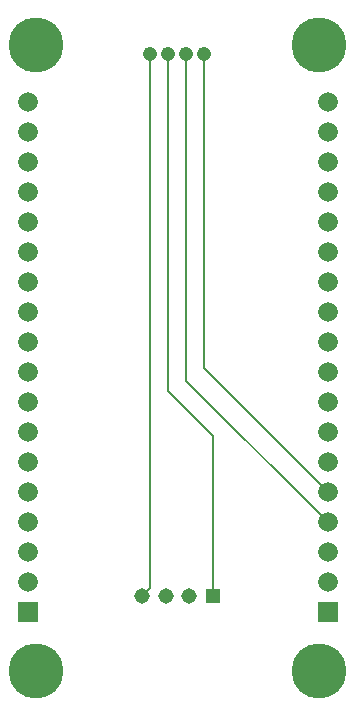
<source format=gbr>
%TF.GenerationSoftware,KiCad,Pcbnew,9.0.4*%
%TF.CreationDate,2025-10-18T11:14:00+02:00*%
%TF.ProjectId,versie_2,76657273-6965-45f3-922e-6b696361645f,rev?*%
%TF.SameCoordinates,Original*%
%TF.FileFunction,Copper,L2,Bot*%
%TF.FilePolarity,Positive*%
%FSLAX46Y46*%
G04 Gerber Fmt 4.6, Leading zero omitted, Abs format (unit mm)*
G04 Created by KiCad (PCBNEW 9.0.4) date 2025-10-18 11:14:00*
%MOMM*%
%LPD*%
G01*
G04 APERTURE LIST*
%TA.AperFunction,ComponentPad*%
%ADD10R,1.308000X1.308000*%
%TD*%
%TA.AperFunction,ComponentPad*%
%ADD11C,1.308000*%
%TD*%
%TA.AperFunction,ComponentPad*%
%ADD12R,1.665000X1.665000*%
%TD*%
%TA.AperFunction,ComponentPad*%
%ADD13C,1.665000*%
%TD*%
%TA.AperFunction,ComponentPad*%
%ADD14C,4.650000*%
%TD*%
%TA.AperFunction,ComponentPad*%
%ADD15C,1.208000*%
%TD*%
%TA.AperFunction,Conductor*%
%ADD16C,0.200000*%
%TD*%
G04 APERTURE END LIST*
D10*
%TO.P,J2,1,Pin_1*%
%TO.N,GND*%
X205000000Y-101050000D03*
D11*
%TO.P,J2,2,Pin_2*%
%TO.N,TX*%
X203000000Y-101050000D03*
%TO.P,J2,3,Pin_3*%
%TO.N,RX*%
X201000000Y-101050000D03*
%TO.P,J2,4,Pin_4*%
%TO.N,vcc*%
X199000000Y-101050000D03*
%TD*%
D12*
%TO.P,U1,1,IO3/RXD*%
%TO.N,unconnected-(U1-IO3{slash}RXD-Pad1)*%
X214700000Y-102400000D03*
D13*
%TO.P,U1,2,IO1/TXD*%
%TO.N,unconnected-(U1-IO1{slash}TXD-Pad2)*%
X214700000Y-99860000D03*
%TO.P,U1,3,IO25/D2*%
%TO.N,unconnected-(U1-IO25{slash}D2-Pad3)*%
X214700000Y-97320000D03*
%TO.P,U1,4,IO26/D3*%
%TO.N,RX_1*%
X214700000Y-94780000D03*
%TO.P,U1,5,IO27/D4*%
%TO.N,TX_1*%
X214700000Y-92240000D03*
%TO.P,U1,6,IO9/D5*%
%TO.N,unconnected-(U1-IO9{slash}D5-Pad6)*%
X214700000Y-89700000D03*
%TO.P,U1,7,IO10/D6*%
%TO.N,unconnected-(U1-IO10{slash}D6-Pad7)*%
X214700000Y-87160000D03*
%TO.P,U1,8,IO13/D7*%
%TO.N,unconnected-(U1-IO13{slash}D7-Pad8)*%
X214700000Y-84620000D03*
%TO.P,U1,9,IO5/D8*%
%TO.N,unconnected-(U1-IO5{slash}D8-Pad9)*%
X214700000Y-82080000D03*
%TO.P,U1,10,IO2/D9*%
%TO.N,unconnected-(U1-IO2{slash}D9-Pad10)*%
X214700000Y-79540000D03*
%TO.P,U1,11,IO6/CLK*%
%TO.N,unconnected-(U1-IO6{slash}CLK-Pad11)*%
X214700000Y-77000000D03*
%TO.P,U1,12,IO7/SD0*%
%TO.N,unconnected-(U1-IO7{slash}SD0-Pad12)*%
X214700000Y-74460000D03*
%TO.P,U1,13,IO8/SD1*%
%TO.N,unconnected-(U1-IO8{slash}SD1-Pad13)*%
X214700000Y-71920000D03*
%TO.P,U1,14,IO11/CMD*%
%TO.N,unconnected-(U1-IO11{slash}CMD-Pad14)*%
X214700000Y-69380000D03*
%TO.P,U1,15,GND*%
%TO.N,GND*%
X214700000Y-66840000D03*
%TO.P,U1,16,AREF*%
%TO.N,unconnected-(U1-AREF-Pad16)*%
X214700000Y-64300000D03*
%TO.P,U1,17,3V3*%
%TO.N,unconnected-(U1-3V3-Pad17)*%
X214700000Y-61760000D03*
%TO.P,U1,18,VCC*%
%TO.N,vcc*%
X214700000Y-59220000D03*
D12*
%TO.P,U1,19,A0/IO36*%
%TO.N,unconnected-(U1-A0{slash}IO36-Pad19)*%
X189300000Y-102400000D03*
D13*
%TO.P,U1,20,A1/IO39*%
%TO.N,unconnected-(U1-A1{slash}IO39-Pad20)*%
X189300000Y-99860000D03*
%TO.P,U1,21,A2/IO34*%
%TO.N,unconnected-(U1-A2{slash}IO34-Pad21)*%
X189300000Y-97320000D03*
%TO.P,U1,22,A3/IO35*%
%TO.N,unconnected-(U1-A3{slash}IO35-Pad22)*%
X189300000Y-94780000D03*
%TO.P,U1,23,A4/IO15*%
%TO.N,unconnected-(U1-A4{slash}IO15-Pad23)*%
X189300000Y-92240000D03*
%TO.P,U1,24,NC*%
%TO.N,unconnected-(U1-NC-Pad24)*%
X189300000Y-89700000D03*
%TO.P,U1,25,IO0*%
%TO.N,unconnected-(U1-IO0-Pad25)*%
X189300000Y-87160000D03*
%TO.P,U1,26,SCK/IO18*%
%TO.N,unconnected-(U1-SCK{slash}IO18-Pad26)*%
X189300000Y-84620000D03*
%TO.P,U1,27,MOSI/IO23*%
%TO.N,unconnected-(U1-MOSI{slash}IO23-Pad27)*%
X189300000Y-82080000D03*
%TO.P,U1,28,MISO/IO19*%
%TO.N,unconnected-(U1-MISO{slash}IO19-Pad28)*%
X189300000Y-79540000D03*
%TO.P,U1,29,SDA/IO21*%
%TO.N,unconnected-(U1-SDA{slash}IO21-Pad29)*%
X189300000Y-77000000D03*
%TO.P,U1,30,SCL/IO22*%
%TO.N,unconnected-(U1-SCL{slash}IO22-Pad30)*%
X189300000Y-74460000D03*
%TO.P,U1,31,BCLK/IO14*%
%TO.N,unconnected-(U1-BCLK{slash}IO14-Pad31)*%
X189300000Y-71920000D03*
%TO.P,U1,32,MCLK/IO12*%
%TO.N,unconnected-(U1-MCLK{slash}IO12-Pad32)*%
X189300000Y-69380000D03*
%TO.P,U1,33,DO/IO4*%
%TO.N,unconnected-(U1-DO{slash}IO4-Pad33)*%
X189300000Y-66840000D03*
%TO.P,U1,34,DI/IO16*%
%TO.N,RX*%
X189300000Y-64300000D03*
%TO.P,U1,35,LRCK/IO17*%
%TO.N,TX*%
X189300000Y-61760000D03*
%TO.P,U1,36,RST*%
%TO.N,unconnected-(U1-RST-Pad36)*%
X189300000Y-59220000D03*
D14*
%TO.P,U1,MH1,MH1*%
%TO.N,unconnected-(U1-PadMH1)*%
X190000000Y-54323000D03*
%TO.P,U1,MH2,MH2*%
%TO.N,unconnected-(U1-PadMH2)*%
X214000000Y-54323000D03*
%TO.P,U1,MH3,MH3*%
%TO.N,unconnected-(U1-PadMH3)*%
X214000000Y-107323000D03*
%TO.P,U1,MH4,MH4*%
%TO.N,unconnected-(U1-PadMH4)*%
X190000000Y-107323000D03*
%TD*%
D15*
%TO.P,J3,1,1*%
%TO.N,TX_1*%
X204200000Y-55100000D03*
%TO.P,J3,2,2*%
%TO.N,RX_1*%
X202700000Y-55100000D03*
%TO.P,J3,3,3*%
%TO.N,GND*%
X201200000Y-55100000D03*
%TO.P,J3,4,4*%
%TO.N,vcc*%
X199700000Y-55100000D03*
%TD*%
D16*
%TO.N,TX_1*%
X204199999Y-55200000D02*
X204200000Y-55199999D01*
%TO.N,vcc*%
X199699997Y-55000000D02*
X199700000Y-54999997D01*
%TO.N,GND*%
X201199997Y-55000000D02*
X201200000Y-54999997D01*
%TO.N,TX_1*%
X204199999Y-55200000D02*
X204199999Y-81739999D01*
%TO.N,vcc*%
X199699997Y-100350003D02*
X199000000Y-101050000D01*
X199699997Y-55000000D02*
X199699997Y-100350003D01*
%TO.N,GND*%
X205000000Y-87500000D02*
X205000000Y-101050000D01*
X201199997Y-83699997D02*
X205000000Y-87500000D01*
X201199997Y-55000000D02*
X201199997Y-83699997D01*
%TO.N,RX_1*%
X202699999Y-82779999D02*
X214700000Y-94780000D01*
X202699999Y-55000000D02*
X202699999Y-82779999D01*
%TO.N,TX_1*%
X204199999Y-81739999D02*
X214700000Y-92240000D01*
X204199999Y-55000000D02*
X204199999Y-55200000D01*
%TD*%
M02*

</source>
